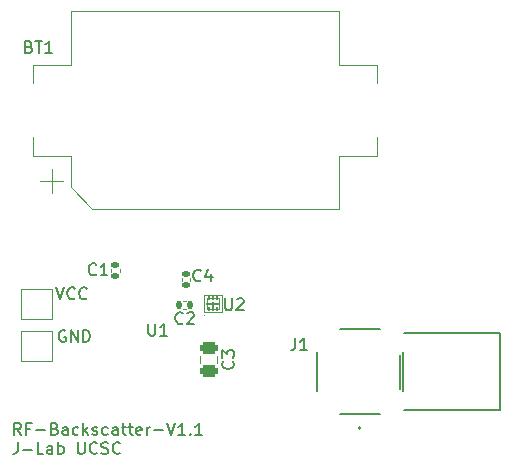
<source format=gto>
G04 #@! TF.GenerationSoftware,KiCad,Pcbnew,8.0.7-8.0.7-0~ubuntu22.04.1*
G04 #@! TF.CreationDate,2025-01-08T14:25:46-08:00*
G04 #@! TF.ProjectId,RFBackscatterV1,52464261-636b-4736-9361-747465725631,rev?*
G04 #@! TF.SameCoordinates,Original*
G04 #@! TF.FileFunction,Legend,Top*
G04 #@! TF.FilePolarity,Positive*
%FSLAX46Y46*%
G04 Gerber Fmt 4.6, Leading zero omitted, Abs format (unit mm)*
G04 Created by KiCad (PCBNEW 8.0.7-8.0.7-0~ubuntu22.04.1) date 2025-01-08 14:25:46*
%MOMM*%
%LPD*%
G01*
G04 APERTURE LIST*
G04 Aperture macros list*
%AMRoundRect*
0 Rectangle with rounded corners*
0 $1 Rounding radius*
0 $2 $3 $4 $5 $6 $7 $8 $9 X,Y pos of 4 corners*
0 Add a 4 corners polygon primitive as box body*
4,1,4,$2,$3,$4,$5,$6,$7,$8,$9,$2,$3,0*
0 Add four circle primitives for the rounded corners*
1,1,$1+$1,$2,$3*
1,1,$1+$1,$4,$5*
1,1,$1+$1,$6,$7*
1,1,$1+$1,$8,$9*
0 Add four rect primitives between the rounded corners*
20,1,$1+$1,$2,$3,$4,$5,0*
20,1,$1+$1,$4,$5,$6,$7,0*
20,1,$1+$1,$6,$7,$8,$9,0*
20,1,$1+$1,$8,$9,$2,$3,0*%
G04 Aperture macros list end*
%ADD10C,0.150000*%
%ADD11C,0.120000*%
%ADD12C,0.152400*%
%ADD13C,0.100000*%
%ADD14RoundRect,0.140000X0.170000X-0.140000X0.170000X0.140000X-0.170000X0.140000X-0.170000X-0.140000X0*%
%ADD15R,2.600000X3.600000*%
%ADD16C,2.108200*%
%ADD17R,2.000000X2.000000*%
%ADD18R,1.397000X0.406400*%
%ADD19R,0.508000X0.304800*%
%ADD20RoundRect,0.037500X0.037500X-0.127500X0.037500X0.127500X-0.037500X0.127500X-0.037500X-0.127500X0*%
%ADD21RoundRect,0.037500X0.245000X0.037500X-0.245000X0.037500X-0.245000X-0.037500X0.245000X-0.037500X0*%
%ADD22RoundRect,0.100000X0.100000X-0.100000X0.100000X0.100000X-0.100000X0.100000X-0.100000X-0.100000X0*%
%ADD23RoundRect,0.037500X0.037500X-0.245000X0.037500X0.245000X-0.037500X0.245000X-0.037500X-0.245000X0*%
%ADD24RoundRect,0.250000X-0.475000X0.250000X-0.475000X-0.250000X0.475000X-0.250000X0.475000X0.250000X0*%
%ADD25RoundRect,0.140000X0.140000X0.170000X-0.140000X0.170000X-0.140000X-0.170000X0.140000X-0.170000X0*%
G04 APERTURE END LIST*
D10*
X152060588Y-75417438D02*
X151965350Y-75369819D01*
X151965350Y-75369819D02*
X151822493Y-75369819D01*
X151822493Y-75369819D02*
X151679636Y-75417438D01*
X151679636Y-75417438D02*
X151584398Y-75512676D01*
X151584398Y-75512676D02*
X151536779Y-75607914D01*
X151536779Y-75607914D02*
X151489160Y-75798390D01*
X151489160Y-75798390D02*
X151489160Y-75941247D01*
X151489160Y-75941247D02*
X151536779Y-76131723D01*
X151536779Y-76131723D02*
X151584398Y-76226961D01*
X151584398Y-76226961D02*
X151679636Y-76322200D01*
X151679636Y-76322200D02*
X151822493Y-76369819D01*
X151822493Y-76369819D02*
X151917731Y-76369819D01*
X151917731Y-76369819D02*
X152060588Y-76322200D01*
X152060588Y-76322200D02*
X152108207Y-76274580D01*
X152108207Y-76274580D02*
X152108207Y-75941247D01*
X152108207Y-75941247D02*
X151917731Y-75941247D01*
X152536779Y-76369819D02*
X152536779Y-75369819D01*
X152536779Y-75369819D02*
X153108207Y-76369819D01*
X153108207Y-76369819D02*
X153108207Y-75369819D01*
X153584398Y-76369819D02*
X153584398Y-75369819D01*
X153584398Y-75369819D02*
X153822493Y-75369819D01*
X153822493Y-75369819D02*
X153965350Y-75417438D01*
X153965350Y-75417438D02*
X154060588Y-75512676D01*
X154060588Y-75512676D02*
X154108207Y-75607914D01*
X154108207Y-75607914D02*
X154155826Y-75798390D01*
X154155826Y-75798390D02*
X154155826Y-75941247D01*
X154155826Y-75941247D02*
X154108207Y-76131723D01*
X154108207Y-76131723D02*
X154060588Y-76226961D01*
X154060588Y-76226961D02*
X153965350Y-76322200D01*
X153965350Y-76322200D02*
X153822493Y-76369819D01*
X153822493Y-76369819D02*
X153584398Y-76369819D01*
X151293922Y-71769819D02*
X151627255Y-72769819D01*
X151627255Y-72769819D02*
X151960588Y-71769819D01*
X152865350Y-72674580D02*
X152817731Y-72722200D01*
X152817731Y-72722200D02*
X152674874Y-72769819D01*
X152674874Y-72769819D02*
X152579636Y-72769819D01*
X152579636Y-72769819D02*
X152436779Y-72722200D01*
X152436779Y-72722200D02*
X152341541Y-72626961D01*
X152341541Y-72626961D02*
X152293922Y-72531723D01*
X152293922Y-72531723D02*
X152246303Y-72341247D01*
X152246303Y-72341247D02*
X152246303Y-72198390D01*
X152246303Y-72198390D02*
X152293922Y-72007914D01*
X152293922Y-72007914D02*
X152341541Y-71912676D01*
X152341541Y-71912676D02*
X152436779Y-71817438D01*
X152436779Y-71817438D02*
X152579636Y-71769819D01*
X152579636Y-71769819D02*
X152674874Y-71769819D01*
X152674874Y-71769819D02*
X152817731Y-71817438D01*
X152817731Y-71817438D02*
X152865350Y-71865057D01*
X153865350Y-72674580D02*
X153817731Y-72722200D01*
X153817731Y-72722200D02*
X153674874Y-72769819D01*
X153674874Y-72769819D02*
X153579636Y-72769819D01*
X153579636Y-72769819D02*
X153436779Y-72722200D01*
X153436779Y-72722200D02*
X153341541Y-72626961D01*
X153341541Y-72626961D02*
X153293922Y-72531723D01*
X153293922Y-72531723D02*
X153246303Y-72341247D01*
X153246303Y-72341247D02*
X153246303Y-72198390D01*
X153246303Y-72198390D02*
X153293922Y-72007914D01*
X153293922Y-72007914D02*
X153341541Y-71912676D01*
X153341541Y-71912676D02*
X153436779Y-71817438D01*
X153436779Y-71817438D02*
X153579636Y-71769819D01*
X153579636Y-71769819D02*
X153674874Y-71769819D01*
X153674874Y-71769819D02*
X153817731Y-71817438D01*
X153817731Y-71817438D02*
X153865350Y-71865057D01*
X148308207Y-84259875D02*
X147974874Y-83783684D01*
X147736779Y-84259875D02*
X147736779Y-83259875D01*
X147736779Y-83259875D02*
X148117731Y-83259875D01*
X148117731Y-83259875D02*
X148212969Y-83307494D01*
X148212969Y-83307494D02*
X148260588Y-83355113D01*
X148260588Y-83355113D02*
X148308207Y-83450351D01*
X148308207Y-83450351D02*
X148308207Y-83593208D01*
X148308207Y-83593208D02*
X148260588Y-83688446D01*
X148260588Y-83688446D02*
X148212969Y-83736065D01*
X148212969Y-83736065D02*
X148117731Y-83783684D01*
X148117731Y-83783684D02*
X147736779Y-83783684D01*
X149070112Y-83736065D02*
X148736779Y-83736065D01*
X148736779Y-84259875D02*
X148736779Y-83259875D01*
X148736779Y-83259875D02*
X149212969Y-83259875D01*
X149593922Y-83878922D02*
X150355827Y-83878922D01*
X151165350Y-83736065D02*
X151308207Y-83783684D01*
X151308207Y-83783684D02*
X151355826Y-83831303D01*
X151355826Y-83831303D02*
X151403445Y-83926541D01*
X151403445Y-83926541D02*
X151403445Y-84069398D01*
X151403445Y-84069398D02*
X151355826Y-84164636D01*
X151355826Y-84164636D02*
X151308207Y-84212256D01*
X151308207Y-84212256D02*
X151212969Y-84259875D01*
X151212969Y-84259875D02*
X150832017Y-84259875D01*
X150832017Y-84259875D02*
X150832017Y-83259875D01*
X150832017Y-83259875D02*
X151165350Y-83259875D01*
X151165350Y-83259875D02*
X151260588Y-83307494D01*
X151260588Y-83307494D02*
X151308207Y-83355113D01*
X151308207Y-83355113D02*
X151355826Y-83450351D01*
X151355826Y-83450351D02*
X151355826Y-83545589D01*
X151355826Y-83545589D02*
X151308207Y-83640827D01*
X151308207Y-83640827D02*
X151260588Y-83688446D01*
X151260588Y-83688446D02*
X151165350Y-83736065D01*
X151165350Y-83736065D02*
X150832017Y-83736065D01*
X152260588Y-84259875D02*
X152260588Y-83736065D01*
X152260588Y-83736065D02*
X152212969Y-83640827D01*
X152212969Y-83640827D02*
X152117731Y-83593208D01*
X152117731Y-83593208D02*
X151927255Y-83593208D01*
X151927255Y-83593208D02*
X151832017Y-83640827D01*
X152260588Y-84212256D02*
X152165350Y-84259875D01*
X152165350Y-84259875D02*
X151927255Y-84259875D01*
X151927255Y-84259875D02*
X151832017Y-84212256D01*
X151832017Y-84212256D02*
X151784398Y-84117017D01*
X151784398Y-84117017D02*
X151784398Y-84021779D01*
X151784398Y-84021779D02*
X151832017Y-83926541D01*
X151832017Y-83926541D02*
X151927255Y-83878922D01*
X151927255Y-83878922D02*
X152165350Y-83878922D01*
X152165350Y-83878922D02*
X152260588Y-83831303D01*
X153165350Y-84212256D02*
X153070112Y-84259875D01*
X153070112Y-84259875D02*
X152879636Y-84259875D01*
X152879636Y-84259875D02*
X152784398Y-84212256D01*
X152784398Y-84212256D02*
X152736779Y-84164636D01*
X152736779Y-84164636D02*
X152689160Y-84069398D01*
X152689160Y-84069398D02*
X152689160Y-83783684D01*
X152689160Y-83783684D02*
X152736779Y-83688446D01*
X152736779Y-83688446D02*
X152784398Y-83640827D01*
X152784398Y-83640827D02*
X152879636Y-83593208D01*
X152879636Y-83593208D02*
X153070112Y-83593208D01*
X153070112Y-83593208D02*
X153165350Y-83640827D01*
X153593922Y-84259875D02*
X153593922Y-83259875D01*
X153689160Y-83878922D02*
X153974874Y-84259875D01*
X153974874Y-83593208D02*
X153593922Y-83974160D01*
X154355827Y-84212256D02*
X154451065Y-84259875D01*
X154451065Y-84259875D02*
X154641541Y-84259875D01*
X154641541Y-84259875D02*
X154736779Y-84212256D01*
X154736779Y-84212256D02*
X154784398Y-84117017D01*
X154784398Y-84117017D02*
X154784398Y-84069398D01*
X154784398Y-84069398D02*
X154736779Y-83974160D01*
X154736779Y-83974160D02*
X154641541Y-83926541D01*
X154641541Y-83926541D02*
X154498684Y-83926541D01*
X154498684Y-83926541D02*
X154403446Y-83878922D01*
X154403446Y-83878922D02*
X154355827Y-83783684D01*
X154355827Y-83783684D02*
X154355827Y-83736065D01*
X154355827Y-83736065D02*
X154403446Y-83640827D01*
X154403446Y-83640827D02*
X154498684Y-83593208D01*
X154498684Y-83593208D02*
X154641541Y-83593208D01*
X154641541Y-83593208D02*
X154736779Y-83640827D01*
X155641541Y-84212256D02*
X155546303Y-84259875D01*
X155546303Y-84259875D02*
X155355827Y-84259875D01*
X155355827Y-84259875D02*
X155260589Y-84212256D01*
X155260589Y-84212256D02*
X155212970Y-84164636D01*
X155212970Y-84164636D02*
X155165351Y-84069398D01*
X155165351Y-84069398D02*
X155165351Y-83783684D01*
X155165351Y-83783684D02*
X155212970Y-83688446D01*
X155212970Y-83688446D02*
X155260589Y-83640827D01*
X155260589Y-83640827D02*
X155355827Y-83593208D01*
X155355827Y-83593208D02*
X155546303Y-83593208D01*
X155546303Y-83593208D02*
X155641541Y-83640827D01*
X156498684Y-84259875D02*
X156498684Y-83736065D01*
X156498684Y-83736065D02*
X156451065Y-83640827D01*
X156451065Y-83640827D02*
X156355827Y-83593208D01*
X156355827Y-83593208D02*
X156165351Y-83593208D01*
X156165351Y-83593208D02*
X156070113Y-83640827D01*
X156498684Y-84212256D02*
X156403446Y-84259875D01*
X156403446Y-84259875D02*
X156165351Y-84259875D01*
X156165351Y-84259875D02*
X156070113Y-84212256D01*
X156070113Y-84212256D02*
X156022494Y-84117017D01*
X156022494Y-84117017D02*
X156022494Y-84021779D01*
X156022494Y-84021779D02*
X156070113Y-83926541D01*
X156070113Y-83926541D02*
X156165351Y-83878922D01*
X156165351Y-83878922D02*
X156403446Y-83878922D01*
X156403446Y-83878922D02*
X156498684Y-83831303D01*
X156832018Y-83593208D02*
X157212970Y-83593208D01*
X156974875Y-83259875D02*
X156974875Y-84117017D01*
X156974875Y-84117017D02*
X157022494Y-84212256D01*
X157022494Y-84212256D02*
X157117732Y-84259875D01*
X157117732Y-84259875D02*
X157212970Y-84259875D01*
X157403447Y-83593208D02*
X157784399Y-83593208D01*
X157546304Y-83259875D02*
X157546304Y-84117017D01*
X157546304Y-84117017D02*
X157593923Y-84212256D01*
X157593923Y-84212256D02*
X157689161Y-84259875D01*
X157689161Y-84259875D02*
X157784399Y-84259875D01*
X158498685Y-84212256D02*
X158403447Y-84259875D01*
X158403447Y-84259875D02*
X158212971Y-84259875D01*
X158212971Y-84259875D02*
X158117733Y-84212256D01*
X158117733Y-84212256D02*
X158070114Y-84117017D01*
X158070114Y-84117017D02*
X158070114Y-83736065D01*
X158070114Y-83736065D02*
X158117733Y-83640827D01*
X158117733Y-83640827D02*
X158212971Y-83593208D01*
X158212971Y-83593208D02*
X158403447Y-83593208D01*
X158403447Y-83593208D02*
X158498685Y-83640827D01*
X158498685Y-83640827D02*
X158546304Y-83736065D01*
X158546304Y-83736065D02*
X158546304Y-83831303D01*
X158546304Y-83831303D02*
X158070114Y-83926541D01*
X158974876Y-84259875D02*
X158974876Y-83593208D01*
X158974876Y-83783684D02*
X159022495Y-83688446D01*
X159022495Y-83688446D02*
X159070114Y-83640827D01*
X159070114Y-83640827D02*
X159165352Y-83593208D01*
X159165352Y-83593208D02*
X159260590Y-83593208D01*
X159593924Y-83878922D02*
X160355829Y-83878922D01*
X160689162Y-83259875D02*
X161022495Y-84259875D01*
X161022495Y-84259875D02*
X161355828Y-83259875D01*
X162212971Y-84259875D02*
X161641543Y-84259875D01*
X161927257Y-84259875D02*
X161927257Y-83259875D01*
X161927257Y-83259875D02*
X161832019Y-83402732D01*
X161832019Y-83402732D02*
X161736781Y-83497970D01*
X161736781Y-83497970D02*
X161641543Y-83545589D01*
X162641543Y-84164636D02*
X162689162Y-84212256D01*
X162689162Y-84212256D02*
X162641543Y-84259875D01*
X162641543Y-84259875D02*
X162593924Y-84212256D01*
X162593924Y-84212256D02*
X162641543Y-84164636D01*
X162641543Y-84164636D02*
X162641543Y-84259875D01*
X163641542Y-84259875D02*
X163070114Y-84259875D01*
X163355828Y-84259875D02*
X163355828Y-83259875D01*
X163355828Y-83259875D02*
X163260590Y-83402732D01*
X163260590Y-83402732D02*
X163165352Y-83497970D01*
X163165352Y-83497970D02*
X163070114Y-83545589D01*
X148022493Y-84869819D02*
X148022493Y-85584104D01*
X148022493Y-85584104D02*
X147974874Y-85726961D01*
X147974874Y-85726961D02*
X147879636Y-85822200D01*
X147879636Y-85822200D02*
X147736779Y-85869819D01*
X147736779Y-85869819D02*
X147641541Y-85869819D01*
X148498684Y-85488866D02*
X149260589Y-85488866D01*
X150212969Y-85869819D02*
X149736779Y-85869819D01*
X149736779Y-85869819D02*
X149736779Y-84869819D01*
X150974874Y-85869819D02*
X150974874Y-85346009D01*
X150974874Y-85346009D02*
X150927255Y-85250771D01*
X150927255Y-85250771D02*
X150832017Y-85203152D01*
X150832017Y-85203152D02*
X150641541Y-85203152D01*
X150641541Y-85203152D02*
X150546303Y-85250771D01*
X150974874Y-85822200D02*
X150879636Y-85869819D01*
X150879636Y-85869819D02*
X150641541Y-85869819D01*
X150641541Y-85869819D02*
X150546303Y-85822200D01*
X150546303Y-85822200D02*
X150498684Y-85726961D01*
X150498684Y-85726961D02*
X150498684Y-85631723D01*
X150498684Y-85631723D02*
X150546303Y-85536485D01*
X150546303Y-85536485D02*
X150641541Y-85488866D01*
X150641541Y-85488866D02*
X150879636Y-85488866D01*
X150879636Y-85488866D02*
X150974874Y-85441247D01*
X151451065Y-85869819D02*
X151451065Y-84869819D01*
X151451065Y-85250771D02*
X151546303Y-85203152D01*
X151546303Y-85203152D02*
X151736779Y-85203152D01*
X151736779Y-85203152D02*
X151832017Y-85250771D01*
X151832017Y-85250771D02*
X151879636Y-85298390D01*
X151879636Y-85298390D02*
X151927255Y-85393628D01*
X151927255Y-85393628D02*
X151927255Y-85679342D01*
X151927255Y-85679342D02*
X151879636Y-85774580D01*
X151879636Y-85774580D02*
X151832017Y-85822200D01*
X151832017Y-85822200D02*
X151736779Y-85869819D01*
X151736779Y-85869819D02*
X151546303Y-85869819D01*
X151546303Y-85869819D02*
X151451065Y-85822200D01*
X153117732Y-84869819D02*
X153117732Y-85679342D01*
X153117732Y-85679342D02*
X153165351Y-85774580D01*
X153165351Y-85774580D02*
X153212970Y-85822200D01*
X153212970Y-85822200D02*
X153308208Y-85869819D01*
X153308208Y-85869819D02*
X153498684Y-85869819D01*
X153498684Y-85869819D02*
X153593922Y-85822200D01*
X153593922Y-85822200D02*
X153641541Y-85774580D01*
X153641541Y-85774580D02*
X153689160Y-85679342D01*
X153689160Y-85679342D02*
X153689160Y-84869819D01*
X154736779Y-85774580D02*
X154689160Y-85822200D01*
X154689160Y-85822200D02*
X154546303Y-85869819D01*
X154546303Y-85869819D02*
X154451065Y-85869819D01*
X154451065Y-85869819D02*
X154308208Y-85822200D01*
X154308208Y-85822200D02*
X154212970Y-85726961D01*
X154212970Y-85726961D02*
X154165351Y-85631723D01*
X154165351Y-85631723D02*
X154117732Y-85441247D01*
X154117732Y-85441247D02*
X154117732Y-85298390D01*
X154117732Y-85298390D02*
X154165351Y-85107914D01*
X154165351Y-85107914D02*
X154212970Y-85012676D01*
X154212970Y-85012676D02*
X154308208Y-84917438D01*
X154308208Y-84917438D02*
X154451065Y-84869819D01*
X154451065Y-84869819D02*
X154546303Y-84869819D01*
X154546303Y-84869819D02*
X154689160Y-84917438D01*
X154689160Y-84917438D02*
X154736779Y-84965057D01*
X155117732Y-85822200D02*
X155260589Y-85869819D01*
X155260589Y-85869819D02*
X155498684Y-85869819D01*
X155498684Y-85869819D02*
X155593922Y-85822200D01*
X155593922Y-85822200D02*
X155641541Y-85774580D01*
X155641541Y-85774580D02*
X155689160Y-85679342D01*
X155689160Y-85679342D02*
X155689160Y-85584104D01*
X155689160Y-85584104D02*
X155641541Y-85488866D01*
X155641541Y-85488866D02*
X155593922Y-85441247D01*
X155593922Y-85441247D02*
X155498684Y-85393628D01*
X155498684Y-85393628D02*
X155308208Y-85346009D01*
X155308208Y-85346009D02*
X155212970Y-85298390D01*
X155212970Y-85298390D02*
X155165351Y-85250771D01*
X155165351Y-85250771D02*
X155117732Y-85155533D01*
X155117732Y-85155533D02*
X155117732Y-85060295D01*
X155117732Y-85060295D02*
X155165351Y-84965057D01*
X155165351Y-84965057D02*
X155212970Y-84917438D01*
X155212970Y-84917438D02*
X155308208Y-84869819D01*
X155308208Y-84869819D02*
X155546303Y-84869819D01*
X155546303Y-84869819D02*
X155689160Y-84917438D01*
X156689160Y-85774580D02*
X156641541Y-85822200D01*
X156641541Y-85822200D02*
X156498684Y-85869819D01*
X156498684Y-85869819D02*
X156403446Y-85869819D01*
X156403446Y-85869819D02*
X156260589Y-85822200D01*
X156260589Y-85822200D02*
X156165351Y-85726961D01*
X156165351Y-85726961D02*
X156117732Y-85631723D01*
X156117732Y-85631723D02*
X156070113Y-85441247D01*
X156070113Y-85441247D02*
X156070113Y-85298390D01*
X156070113Y-85298390D02*
X156117732Y-85107914D01*
X156117732Y-85107914D02*
X156165351Y-85012676D01*
X156165351Y-85012676D02*
X156260589Y-84917438D01*
X156260589Y-84917438D02*
X156403446Y-84869819D01*
X156403446Y-84869819D02*
X156498684Y-84869819D01*
X156498684Y-84869819D02*
X156641541Y-84917438D01*
X156641541Y-84917438D02*
X156689160Y-84965057D01*
X171522493Y-76069819D02*
X171522493Y-76784104D01*
X171522493Y-76784104D02*
X171474874Y-76926961D01*
X171474874Y-76926961D02*
X171379636Y-77022200D01*
X171379636Y-77022200D02*
X171236779Y-77069819D01*
X171236779Y-77069819D02*
X171141541Y-77069819D01*
X172522493Y-77069819D02*
X171951065Y-77069819D01*
X172236779Y-77069819D02*
X172236779Y-76069819D01*
X172236779Y-76069819D02*
X172141541Y-76212676D01*
X172141541Y-76212676D02*
X172046303Y-76307914D01*
X172046303Y-76307914D02*
X171951065Y-76355533D01*
X163533333Y-71159580D02*
X163485714Y-71207200D01*
X163485714Y-71207200D02*
X163342857Y-71254819D01*
X163342857Y-71254819D02*
X163247619Y-71254819D01*
X163247619Y-71254819D02*
X163104762Y-71207200D01*
X163104762Y-71207200D02*
X163009524Y-71111961D01*
X163009524Y-71111961D02*
X162961905Y-71016723D01*
X162961905Y-71016723D02*
X162914286Y-70826247D01*
X162914286Y-70826247D02*
X162914286Y-70683390D01*
X162914286Y-70683390D02*
X162961905Y-70492914D01*
X162961905Y-70492914D02*
X163009524Y-70397676D01*
X163009524Y-70397676D02*
X163104762Y-70302438D01*
X163104762Y-70302438D02*
X163247619Y-70254819D01*
X163247619Y-70254819D02*
X163342857Y-70254819D01*
X163342857Y-70254819D02*
X163485714Y-70302438D01*
X163485714Y-70302438D02*
X163533333Y-70350057D01*
X164390476Y-70588152D02*
X164390476Y-71254819D01*
X164152381Y-70207200D02*
X163914286Y-70921485D01*
X163914286Y-70921485D02*
X164533333Y-70921485D01*
X154673333Y-70639580D02*
X154625714Y-70687200D01*
X154625714Y-70687200D02*
X154482857Y-70734819D01*
X154482857Y-70734819D02*
X154387619Y-70734819D01*
X154387619Y-70734819D02*
X154244762Y-70687200D01*
X154244762Y-70687200D02*
X154149524Y-70591961D01*
X154149524Y-70591961D02*
X154101905Y-70496723D01*
X154101905Y-70496723D02*
X154054286Y-70306247D01*
X154054286Y-70306247D02*
X154054286Y-70163390D01*
X154054286Y-70163390D02*
X154101905Y-69972914D01*
X154101905Y-69972914D02*
X154149524Y-69877676D01*
X154149524Y-69877676D02*
X154244762Y-69782438D01*
X154244762Y-69782438D02*
X154387619Y-69734819D01*
X154387619Y-69734819D02*
X154482857Y-69734819D01*
X154482857Y-69734819D02*
X154625714Y-69782438D01*
X154625714Y-69782438D02*
X154673333Y-69830057D01*
X155625714Y-70734819D02*
X155054286Y-70734819D01*
X155340000Y-70734819D02*
X155340000Y-69734819D01*
X155340000Y-69734819D02*
X155244762Y-69877676D01*
X155244762Y-69877676D02*
X155149524Y-69972914D01*
X155149524Y-69972914D02*
X155054286Y-70020533D01*
X148989285Y-51381009D02*
X149132142Y-51428628D01*
X149132142Y-51428628D02*
X149179761Y-51476247D01*
X149179761Y-51476247D02*
X149227380Y-51571485D01*
X149227380Y-51571485D02*
X149227380Y-51714342D01*
X149227380Y-51714342D02*
X149179761Y-51809580D01*
X149179761Y-51809580D02*
X149132142Y-51857200D01*
X149132142Y-51857200D02*
X149036904Y-51904819D01*
X149036904Y-51904819D02*
X148655952Y-51904819D01*
X148655952Y-51904819D02*
X148655952Y-50904819D01*
X148655952Y-50904819D02*
X148989285Y-50904819D01*
X148989285Y-50904819D02*
X149084523Y-50952438D01*
X149084523Y-50952438D02*
X149132142Y-51000057D01*
X149132142Y-51000057D02*
X149179761Y-51095295D01*
X149179761Y-51095295D02*
X149179761Y-51190533D01*
X149179761Y-51190533D02*
X149132142Y-51285771D01*
X149132142Y-51285771D02*
X149084523Y-51333390D01*
X149084523Y-51333390D02*
X148989285Y-51381009D01*
X148989285Y-51381009D02*
X148655952Y-51381009D01*
X149513095Y-50904819D02*
X150084523Y-50904819D01*
X149798809Y-51904819D02*
X149798809Y-50904819D01*
X150941666Y-51904819D02*
X150370238Y-51904819D01*
X150655952Y-51904819D02*
X150655952Y-50904819D01*
X150655952Y-50904819D02*
X150560714Y-51047676D01*
X150560714Y-51047676D02*
X150465476Y-51142914D01*
X150465476Y-51142914D02*
X150370238Y-51190533D01*
X177535180Y-78556666D02*
X176820895Y-78556666D01*
X176820895Y-78556666D02*
X176678038Y-78509047D01*
X176678038Y-78509047D02*
X176582800Y-78413809D01*
X176582800Y-78413809D02*
X176535180Y-78270952D01*
X176535180Y-78270952D02*
X176535180Y-78175714D01*
X176535180Y-79556666D02*
X176535180Y-78985238D01*
X176535180Y-79270952D02*
X177535180Y-79270952D01*
X177535180Y-79270952D02*
X177392323Y-79175714D01*
X177392323Y-79175714D02*
X177297085Y-79080476D01*
X177297085Y-79080476D02*
X177249466Y-78985238D01*
X159098095Y-74844819D02*
X159098095Y-75654342D01*
X159098095Y-75654342D02*
X159145714Y-75749580D01*
X159145714Y-75749580D02*
X159193333Y-75797200D01*
X159193333Y-75797200D02*
X159288571Y-75844819D01*
X159288571Y-75844819D02*
X159479047Y-75844819D01*
X159479047Y-75844819D02*
X159574285Y-75797200D01*
X159574285Y-75797200D02*
X159621904Y-75749580D01*
X159621904Y-75749580D02*
X159669523Y-75654342D01*
X159669523Y-75654342D02*
X159669523Y-74844819D01*
X160669523Y-75844819D02*
X160098095Y-75844819D01*
X160383809Y-75844819D02*
X160383809Y-74844819D01*
X160383809Y-74844819D02*
X160288571Y-74987676D01*
X160288571Y-74987676D02*
X160193333Y-75082914D01*
X160193333Y-75082914D02*
X160098095Y-75130533D01*
X165598095Y-72684819D02*
X165598095Y-73494342D01*
X165598095Y-73494342D02*
X165645714Y-73589580D01*
X165645714Y-73589580D02*
X165693333Y-73637200D01*
X165693333Y-73637200D02*
X165788571Y-73684819D01*
X165788571Y-73684819D02*
X165979047Y-73684819D01*
X165979047Y-73684819D02*
X166074285Y-73637200D01*
X166074285Y-73637200D02*
X166121904Y-73589580D01*
X166121904Y-73589580D02*
X166169523Y-73494342D01*
X166169523Y-73494342D02*
X166169523Y-72684819D01*
X166598095Y-72780057D02*
X166645714Y-72732438D01*
X166645714Y-72732438D02*
X166740952Y-72684819D01*
X166740952Y-72684819D02*
X166979047Y-72684819D01*
X166979047Y-72684819D02*
X167074285Y-72732438D01*
X167074285Y-72732438D02*
X167121904Y-72780057D01*
X167121904Y-72780057D02*
X167169523Y-72875295D01*
X167169523Y-72875295D02*
X167169523Y-72970533D01*
X167169523Y-72970533D02*
X167121904Y-73113390D01*
X167121904Y-73113390D02*
X166550476Y-73684819D01*
X166550476Y-73684819D02*
X167169523Y-73684819D01*
X166239580Y-78036666D02*
X166287200Y-78084285D01*
X166287200Y-78084285D02*
X166334819Y-78227142D01*
X166334819Y-78227142D02*
X166334819Y-78322380D01*
X166334819Y-78322380D02*
X166287200Y-78465237D01*
X166287200Y-78465237D02*
X166191961Y-78560475D01*
X166191961Y-78560475D02*
X166096723Y-78608094D01*
X166096723Y-78608094D02*
X165906247Y-78655713D01*
X165906247Y-78655713D02*
X165763390Y-78655713D01*
X165763390Y-78655713D02*
X165572914Y-78608094D01*
X165572914Y-78608094D02*
X165477676Y-78560475D01*
X165477676Y-78560475D02*
X165382438Y-78465237D01*
X165382438Y-78465237D02*
X165334819Y-78322380D01*
X165334819Y-78322380D02*
X165334819Y-78227142D01*
X165334819Y-78227142D02*
X165382438Y-78084285D01*
X165382438Y-78084285D02*
X165430057Y-78036666D01*
X165334819Y-77703332D02*
X165334819Y-77084285D01*
X165334819Y-77084285D02*
X165715771Y-77417618D01*
X165715771Y-77417618D02*
X165715771Y-77274761D01*
X165715771Y-77274761D02*
X165763390Y-77179523D01*
X165763390Y-77179523D02*
X165811009Y-77131904D01*
X165811009Y-77131904D02*
X165906247Y-77084285D01*
X165906247Y-77084285D02*
X166144342Y-77084285D01*
X166144342Y-77084285D02*
X166239580Y-77131904D01*
X166239580Y-77131904D02*
X166287200Y-77179523D01*
X166287200Y-77179523D02*
X166334819Y-77274761D01*
X166334819Y-77274761D02*
X166334819Y-77560475D01*
X166334819Y-77560475D02*
X166287200Y-77655713D01*
X166287200Y-77655713D02*
X166239580Y-77703332D01*
X162003333Y-74779580D02*
X161955714Y-74827200D01*
X161955714Y-74827200D02*
X161812857Y-74874819D01*
X161812857Y-74874819D02*
X161717619Y-74874819D01*
X161717619Y-74874819D02*
X161574762Y-74827200D01*
X161574762Y-74827200D02*
X161479524Y-74731961D01*
X161479524Y-74731961D02*
X161431905Y-74636723D01*
X161431905Y-74636723D02*
X161384286Y-74446247D01*
X161384286Y-74446247D02*
X161384286Y-74303390D01*
X161384286Y-74303390D02*
X161431905Y-74112914D01*
X161431905Y-74112914D02*
X161479524Y-74017676D01*
X161479524Y-74017676D02*
X161574762Y-73922438D01*
X161574762Y-73922438D02*
X161717619Y-73874819D01*
X161717619Y-73874819D02*
X161812857Y-73874819D01*
X161812857Y-73874819D02*
X161955714Y-73922438D01*
X161955714Y-73922438D02*
X162003333Y-73970057D01*
X162384286Y-73970057D02*
X162431905Y-73922438D01*
X162431905Y-73922438D02*
X162527143Y-73874819D01*
X162527143Y-73874819D02*
X162765238Y-73874819D01*
X162765238Y-73874819D02*
X162860476Y-73922438D01*
X162860476Y-73922438D02*
X162908095Y-73970057D01*
X162908095Y-73970057D02*
X162955714Y-74065295D01*
X162955714Y-74065295D02*
X162955714Y-74160533D01*
X162955714Y-74160533D02*
X162908095Y-74303390D01*
X162908095Y-74303390D02*
X162336667Y-74874819D01*
X162336667Y-74874819D02*
X162955714Y-74874819D01*
D11*
X162660000Y-71207836D02*
X162660000Y-70992164D01*
X161940000Y-71207836D02*
X161940000Y-70992164D01*
X156660000Y-70427836D02*
X156660000Y-70212164D01*
X155940000Y-70427836D02*
X155940000Y-70212164D01*
X149350000Y-52900000D02*
X149350000Y-54450000D01*
X149350000Y-60600000D02*
X149350000Y-59050000D01*
X150900000Y-61750000D02*
X150900000Y-63750000D01*
X151900000Y-62750000D02*
X149900000Y-62750000D01*
X152550000Y-48400000D02*
X152550000Y-52900000D01*
X152550000Y-48400000D02*
X175250000Y-48400000D01*
X152550000Y-52900000D02*
X149350000Y-52900000D01*
X152550000Y-60600000D02*
X149350000Y-60600000D01*
X152550000Y-63300000D02*
X152550000Y-60600000D01*
X154350000Y-65100000D02*
X152550000Y-63300000D01*
X175250000Y-48400000D02*
X175250000Y-52900000D01*
X175250000Y-52900000D02*
X178450000Y-52900000D01*
X175250000Y-60600000D02*
X178450000Y-60600000D01*
X175250000Y-65100000D02*
X154350000Y-65100000D01*
X175250000Y-65100000D02*
X175250000Y-60600000D01*
X178450000Y-52900000D02*
X178450000Y-54450000D01*
X178450000Y-60600000D02*
X178450000Y-59050000D01*
D12*
X177066200Y-83665200D02*
G75*
G02*
X176913800Y-83665200I-76200J0D01*
G01*
X176913800Y-83665200D02*
G75*
G02*
X177066200Y-83665200I76200J0D01*
G01*
X178675351Y-75257800D02*
X175304649Y-75257800D01*
X188826400Y-75600700D02*
X180696994Y-75600700D01*
X173357800Y-77204649D02*
X173357800Y-80575351D01*
X180368200Y-77454874D02*
X180368200Y-80325126D01*
X180622200Y-80575351D02*
X180622200Y-77204649D01*
X188826400Y-82179300D02*
X188826400Y-75600700D01*
X180696994Y-82179300D02*
X188826400Y-82179300D01*
X175304649Y-82522200D02*
X178675351Y-82522200D01*
D11*
X148304600Y-75455400D02*
X150920800Y-75455400D01*
X148304600Y-77970000D02*
X148304600Y-75455400D01*
X150920800Y-75455400D02*
X150920800Y-77970000D01*
X150920800Y-77970000D02*
X148304600Y-77970000D01*
X150932200Y-74405400D02*
X148316000Y-74405400D01*
X150932200Y-71890800D02*
X150932200Y-74405400D01*
X148316000Y-74405400D02*
X148316000Y-71890800D01*
X148316000Y-71890800D02*
X150932200Y-71890800D01*
D13*
X163830001Y-74130000D02*
X163830001Y-74130000D01*
X163830001Y-74130000D01*
X163830001Y-74130000D01*
X163830001Y-74130000D01*
X163830001Y-74130000D01*
X163830001Y-74130001D01*
X163830001Y-74130001D01*
X163830001Y-74130001D01*
X163830001Y-74130001D01*
X163830001Y-74130001D01*
X163830001Y-74130001D01*
X163830001Y-74130001D01*
X163830000Y-74130001D01*
X163830000Y-74130001D01*
X163830000Y-74130001D01*
X163830000Y-74130001D01*
X163830000Y-74130001D01*
X163830000Y-74130001D01*
X163830000Y-74130001D01*
X163830000Y-74130001D01*
X163830000Y-74130001D01*
X163830000Y-74130001D01*
X163830000Y-74130001D01*
X163830000Y-74130001D01*
X163829999Y-74130001D01*
X163829999Y-74130001D01*
X163829999Y-74130001D01*
X163829999Y-74130001D01*
X163829999Y-74130001D01*
X163829999Y-74130001D01*
X163829999Y-74130000D01*
X163829999Y-74130000D01*
X163829999Y-74130000D01*
X163829999Y-74130000D01*
X163829999Y-74130000D01*
X163829999Y-74130000D01*
X163829999Y-74130000D02*
X163829999Y-74130000D01*
X163829999Y-74130000D01*
X163829999Y-74130000D01*
X163829999Y-74130000D01*
X163829999Y-74130000D01*
X163829999Y-74130000D01*
X163829999Y-74129999D01*
X163829999Y-74129999D01*
X163829999Y-74129999D01*
X163829999Y-74129999D01*
X163829999Y-74129999D01*
X163830000Y-74129999D01*
X163830000Y-74129999D01*
X163830000Y-74129999D01*
X163830000Y-74129999D01*
X163830000Y-74129999D01*
X163830000Y-74129999D01*
X163830000Y-74129999D01*
X163830000Y-74129999D01*
X163830000Y-74129999D01*
X163830000Y-74129999D01*
X163830000Y-74129999D01*
X163830000Y-74129999D01*
X163830001Y-74129999D01*
X163830001Y-74129999D01*
X163830001Y-74129999D01*
X163830001Y-74129999D01*
X163830001Y-74129999D01*
X163830001Y-74129999D01*
X163830001Y-74130000D01*
X163830001Y-74130000D01*
X163830001Y-74130000D01*
X163830001Y-74130000D01*
X163830001Y-74130000D01*
X163830001Y-74130000D01*
X163830001Y-74130000D01*
X163830000Y-73880000D02*
X165330000Y-73880000D01*
X165330000Y-72380000D01*
X163830000Y-72380000D01*
X163830000Y-73880000D01*
X164080000Y-73630000D02*
X165080000Y-73630000D01*
X165080000Y-72630000D01*
X164080000Y-72630000D01*
X164080000Y-73630000D01*
D11*
X164935000Y-77608748D02*
X164935000Y-78131252D01*
X163465000Y-77608748D02*
X163465000Y-78131252D01*
X162277836Y-72900000D02*
X162062164Y-72900000D01*
X162277836Y-73620000D02*
X162062164Y-73620000D01*
%LPC*%
D14*
X162300000Y-70620000D03*
X162300000Y-71580000D03*
X156300000Y-69840000D03*
X156300000Y-70800000D03*
D15*
X149250000Y-56750000D03*
X178550000Y-56750000D03*
D16*
X179530000Y-81430000D03*
X174450000Y-81430000D03*
X174450000Y-76350000D03*
X179530000Y-76350000D03*
X176990000Y-78890000D03*
D17*
X149600000Y-76700000D03*
X149611400Y-73135400D03*
D18*
X159540000Y-74040002D03*
D19*
X159985999Y-73338976D03*
D18*
X159540000Y-72440000D03*
D19*
X159094001Y-73134001D03*
D20*
X164230000Y-72630000D03*
X164580000Y-72630000D03*
X164930000Y-72630000D03*
X164930000Y-73630000D03*
D21*
X164930000Y-73130000D03*
D22*
X164580000Y-73130000D03*
D21*
X164230000Y-73130000D03*
D23*
X164580000Y-73512500D03*
D20*
X164230000Y-73630000D03*
D24*
X164200000Y-78820000D03*
X164200000Y-76920000D03*
D25*
X162650000Y-73260000D03*
X161690000Y-73260000D03*
%LPD*%
M02*

</source>
